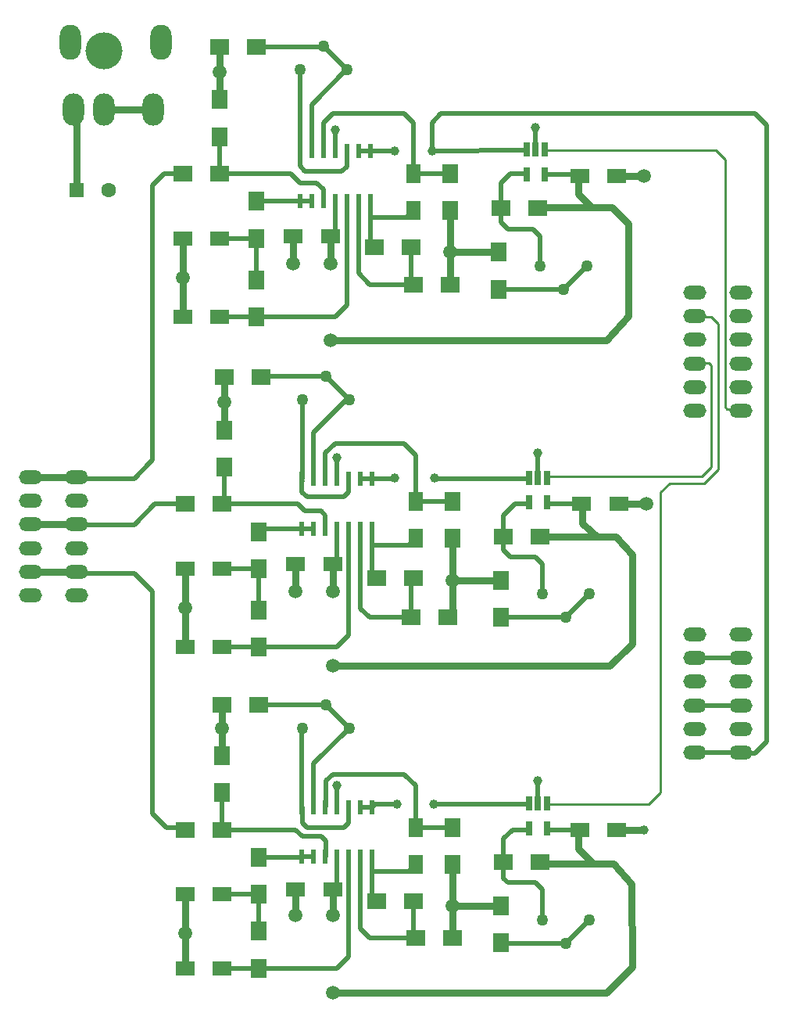
<source format=gbr>
G04 #@! TF.GenerationSoftware,KiCad,Pcbnew,(5.0.2)-1*
G04 #@! TF.CreationDate,2019-03-05T16:27:41-05:00*
G04 #@! TF.ProjectId,piezo_V2,7069657a-6f5f-4563-922e-6b696361645f,rev?*
G04 #@! TF.SameCoordinates,Original*
G04 #@! TF.FileFunction,Copper,L1,Top*
G04 #@! TF.FilePolarity,Positive*
%FSLAX46Y46*%
G04 Gerber Fmt 4.6, Leading zero omitted, Abs format (unit mm)*
G04 Created by KiCad (PCBNEW (5.0.2)-1) date 3/5/2019 4:27:41 PM*
%MOMM*%
%LPD*%
G01*
G04 APERTURE LIST*
G04 #@! TA.AperFunction,ComponentPad*
%ADD10O,2.500000X1.500000*%
G04 #@! TD*
G04 #@! TA.AperFunction,ComponentPad*
%ADD11C,1.260000*%
G04 #@! TD*
G04 #@! TA.AperFunction,SMDPad,CuDef*
%ADD12R,2.000000X1.600000*%
G04 #@! TD*
G04 #@! TA.AperFunction,SMDPad,CuDef*
%ADD13R,1.600000X2.000000*%
G04 #@! TD*
G04 #@! TA.AperFunction,ComponentPad*
%ADD14R,1.600000X1.600000*%
G04 #@! TD*
G04 #@! TA.AperFunction,ComponentPad*
%ADD15C,1.600000*%
G04 #@! TD*
G04 #@! TA.AperFunction,ComponentPad*
%ADD16C,4.000000*%
G04 #@! TD*
G04 #@! TA.AperFunction,ComponentPad*
%ADD17O,2.300000X3.800000*%
G04 #@! TD*
G04 #@! TA.AperFunction,ComponentPad*
%ADD18O,2.300000X3.500000*%
G04 #@! TD*
G04 #@! TA.AperFunction,SMDPad,CuDef*
%ADD19R,2.000000X1.700000*%
G04 #@! TD*
G04 #@! TA.AperFunction,SMDPad,CuDef*
%ADD20R,1.700000X2.000000*%
G04 #@! TD*
G04 #@! TA.AperFunction,SMDPad,CuDef*
%ADD21R,0.600000X1.500000*%
G04 #@! TD*
G04 #@! TA.AperFunction,SMDPad,CuDef*
%ADD22R,0.650000X1.560000*%
G04 #@! TD*
G04 #@! TA.AperFunction,ViaPad*
%ADD23C,1.500000*%
G04 #@! TD*
G04 #@! TA.AperFunction,ViaPad*
%ADD24C,1.000000*%
G04 #@! TD*
G04 #@! TA.AperFunction,Conductor*
%ADD25C,0.750000*%
G04 #@! TD*
G04 #@! TA.AperFunction,Conductor*
%ADD26C,0.500000*%
G04 #@! TD*
G04 #@! TA.AperFunction,Conductor*
%ADD27C,0.250000*%
G04 #@! TD*
G04 APERTURE END LIST*
D10*
G04 #@! TO.P,J1,6*
G04 #@! TO.N,GND*
X182000000Y-67630000D03*
G04 #@! TO.P,J1,5*
G04 #@! TO.N,ch3_dout*
X182000000Y-70170000D03*
G04 #@! TO.P,J1,4*
G04 #@! TO.N,GND*
X182000000Y-72710000D03*
G04 #@! TO.P,J1,3*
G04 #@! TO.N,ch2_dout*
X182000000Y-75290000D03*
G04 #@! TO.P,J1,2*
G04 #@! TO.N,GND*
X182000000Y-77830000D03*
G04 #@! TO.P,J1,1*
G04 #@! TO.N,ch1_dout*
X182000000Y-80370000D03*
X187000000Y-80370000D03*
G04 #@! TO.P,J1,2*
G04 #@! TO.N,GND*
X187000000Y-77830000D03*
G04 #@! TO.P,J1,6*
X187000000Y-67630000D03*
G04 #@! TO.P,J1,5*
G04 #@! TO.N,ch3_dout*
X187000000Y-70170000D03*
G04 #@! TO.P,J1,4*
G04 #@! TO.N,GND*
X187000000Y-72710000D03*
G04 #@! TO.P,J1,3*
G04 #@! TO.N,ch2_dout*
X187000000Y-75290000D03*
G04 #@! TD*
G04 #@! TO.P,J3,6*
G04 #@! TO.N,GND*
X182000000Y-104630000D03*
G04 #@! TO.P,J3,5*
G04 #@! TO.N,ch3_aout*
X182000000Y-107170000D03*
G04 #@! TO.P,J3,4*
G04 #@! TO.N,GND*
X182000000Y-109710000D03*
G04 #@! TO.P,J3,3*
G04 #@! TO.N,ch2_aout*
X182000000Y-112290000D03*
G04 #@! TO.P,J3,2*
G04 #@! TO.N,GND*
X182000000Y-114830000D03*
G04 #@! TO.P,J3,1*
G04 #@! TO.N,ch1_aout*
X182000000Y-117370000D03*
X187000000Y-117370000D03*
G04 #@! TO.P,J3,2*
G04 #@! TO.N,GND*
X187000000Y-114830000D03*
G04 #@! TO.P,J3,6*
X187000000Y-104630000D03*
G04 #@! TO.P,J3,5*
G04 #@! TO.N,ch3_aout*
X187000000Y-107170000D03*
G04 #@! TO.P,J3,4*
G04 #@! TO.N,GND*
X187000000Y-109710000D03*
G04 #@! TO.P,J3,3*
G04 #@! TO.N,ch2_aout*
X187000000Y-112290000D03*
G04 #@! TD*
G04 #@! TO.P,J2,6*
G04 #@! TO.N,GND*
X115000000Y-100370000D03*
G04 #@! TO.P,J2,5*
G04 #@! TO.N,ch3*
X115000000Y-97830000D03*
G04 #@! TO.P,J2,4*
G04 #@! TO.N,GND*
X115000000Y-95290000D03*
G04 #@! TO.P,J2,3*
G04 #@! TO.N,ch2*
X115000000Y-92710000D03*
G04 #@! TO.P,J2,2*
G04 #@! TO.N,GND*
X115000000Y-90170000D03*
G04 #@! TO.P,J2,1*
G04 #@! TO.N,ch1*
X115000000Y-87630000D03*
X110000000Y-87630000D03*
G04 #@! TO.P,J2,2*
G04 #@! TO.N,GND*
X110000000Y-90170000D03*
G04 #@! TO.P,J2,6*
X110000000Y-100370000D03*
G04 #@! TO.P,J2,5*
G04 #@! TO.N,ch3*
X110000000Y-97830000D03*
G04 #@! TO.P,J2,4*
G04 #@! TO.N,GND*
X110000000Y-95290000D03*
G04 #@! TO.P,J2,3*
G04 #@! TO.N,ch2*
X110000000Y-92710000D03*
G04 #@! TD*
D11*
G04 #@! TO.P,RV4,1*
G04 #@! TO.N,Net-(R19-Pad1)*
X165460000Y-100250000D03*
G04 #@! TO.P,RV4,2*
G04 #@! TO.N,Net-(R20-Pad2)*
X168000000Y-102790000D03*
G04 #@! TO.P,RV4,3*
X170540000Y-100250000D03*
G04 #@! TD*
D12*
G04 #@! TO.P,C1,1*
G04 #@! TO.N,+5V*
X142500000Y-61500000D03*
G04 #@! TO.P,C1,2*
G04 #@! TO.N,GND*
X138500000Y-61500000D03*
G04 #@! TD*
G04 #@! TO.P,C2,1*
G04 #@! TO.N,+5V*
X169500000Y-55000000D03*
G04 #@! TO.P,C2,2*
G04 #@! TO.N,GND*
X173500000Y-55000000D03*
G04 #@! TD*
D13*
G04 #@! TO.P,C3,1*
G04 #@! TO.N,Net-(C3-Pad1)*
X151500000Y-58750000D03*
G04 #@! TO.P,C3,2*
G04 #@! TO.N,Net-(C3-Pad2)*
X151500000Y-54750000D03*
G04 #@! TD*
D12*
G04 #@! TO.P,C4,1*
G04 #@! TO.N,GND*
X126500000Y-61750000D03*
G04 #@! TO.P,C4,2*
G04 #@! TO.N,Net-(C4-Pad2)*
X130500000Y-61750000D03*
G04 #@! TD*
G04 #@! TO.P,C5,1*
G04 #@! TO.N,GND*
X126500000Y-70250000D03*
G04 #@! TO.P,C5,2*
G04 #@! TO.N,Net-(C5-Pad2)*
X130500000Y-70250000D03*
G04 #@! TD*
G04 #@! TO.P,C6,1*
G04 #@! TO.N,+5V*
X142750000Y-97000000D03*
G04 #@! TO.P,C6,2*
G04 #@! TO.N,GND*
X138750000Y-97000000D03*
G04 #@! TD*
G04 #@! TO.P,C7,1*
G04 #@! TO.N,+5V*
X169750000Y-90500000D03*
G04 #@! TO.P,C7,2*
G04 #@! TO.N,GND*
X173750000Y-90500000D03*
G04 #@! TD*
D13*
G04 #@! TO.P,C8,1*
G04 #@! TO.N,Net-(C8-Pad1)*
X151750000Y-94250000D03*
G04 #@! TO.P,C8,2*
G04 #@! TO.N,Net-(C8-Pad2)*
X151750000Y-90250000D03*
G04 #@! TD*
D12*
G04 #@! TO.P,C9,1*
G04 #@! TO.N,GND*
X126750000Y-97500000D03*
G04 #@! TO.P,C9,2*
G04 #@! TO.N,Net-(C9-Pad2)*
X130750000Y-97500000D03*
G04 #@! TD*
G04 #@! TO.P,C10,1*
G04 #@! TO.N,GND*
X126750000Y-106000000D03*
G04 #@! TO.P,C10,2*
G04 #@! TO.N,Net-(C10-Pad2)*
X130750000Y-106000000D03*
G04 #@! TD*
G04 #@! TO.P,C11,1*
G04 #@! TO.N,+5V*
X142750000Y-132250000D03*
G04 #@! TO.P,C11,2*
G04 #@! TO.N,GND*
X138750000Y-132250000D03*
G04 #@! TD*
G04 #@! TO.P,C12,1*
G04 #@! TO.N,+5V*
X169500000Y-125750000D03*
G04 #@! TO.P,C12,2*
G04 #@! TO.N,GND*
X173500000Y-125750000D03*
G04 #@! TD*
D13*
G04 #@! TO.P,C13,1*
G04 #@! TO.N,Net-(C13-Pad1)*
X151750000Y-129500000D03*
G04 #@! TO.P,C13,2*
G04 #@! TO.N,Net-(C13-Pad2)*
X151750000Y-125500000D03*
G04 #@! TD*
D12*
G04 #@! TO.P,C14,1*
G04 #@! TO.N,GND*
X126750000Y-132750000D03*
G04 #@! TO.P,C14,2*
G04 #@! TO.N,Net-(C14-Pad2)*
X130750000Y-132750000D03*
G04 #@! TD*
G04 #@! TO.P,C15,1*
G04 #@! TO.N,GND*
X126750000Y-140750000D03*
G04 #@! TO.P,C15,2*
G04 #@! TO.N,Net-(C15-Pad2)*
X130750000Y-140750000D03*
G04 #@! TD*
D14*
G04 #@! TO.P,C16,1*
G04 #@! TO.N,+5V*
X115000000Y-56500000D03*
D15*
G04 #@! TO.P,C16,2*
G04 #@! TO.N,GND*
X118500000Y-56500000D03*
G04 #@! TD*
D16*
G04 #@! TO.P,J4,*
G04 #@! TO.N,*
X118000000Y-41500000D03*
D17*
X124200000Y-40500000D03*
X114300000Y-40500000D03*
D18*
G04 #@! TO.P,J4,1*
G04 #@! TO.N,+5V*
X114700000Y-47800000D03*
G04 #@! TO.P,J4,3*
G04 #@! TO.N,GND*
X118000000Y-47800000D03*
G04 #@! TO.P,J4,2*
X123300000Y-47800000D03*
G04 #@! TD*
D19*
G04 #@! TO.P,R1,1*
G04 #@! TO.N,ch1*
X126500000Y-54750000D03*
G04 #@! TO.P,R1,2*
G04 #@! TO.N,Net-(R1-Pad2)*
X130500000Y-54750000D03*
G04 #@! TD*
D20*
G04 #@! TO.P,R2,1*
G04 #@! TO.N,Net-(R2-Pad1)*
X134500000Y-57750000D03*
G04 #@! TO.P,R2,2*
G04 #@! TO.N,Net-(C4-Pad2)*
X134500000Y-61750000D03*
G04 #@! TD*
G04 #@! TO.P,R3,1*
G04 #@! TO.N,Net-(C4-Pad2)*
X134500000Y-66250000D03*
G04 #@! TO.P,R3,2*
G04 #@! TO.N,Net-(C5-Pad2)*
X134500000Y-70250000D03*
G04 #@! TD*
G04 #@! TO.P,R4,1*
G04 #@! TO.N,GND*
X130500000Y-46750000D03*
G04 #@! TO.P,R4,2*
G04 #@! TO.N,Net-(R1-Pad2)*
X130500000Y-50750000D03*
G04 #@! TD*
G04 #@! TO.P,R5,1*
G04 #@! TO.N,Net-(C3-Pad2)*
X155500000Y-54750000D03*
G04 #@! TO.P,R5,2*
G04 #@! TO.N,GND*
X155500000Y-58750000D03*
G04 #@! TD*
D19*
G04 #@! TO.P,R6,1*
G04 #@! TO.N,Net-(C3-Pad1)*
X147250000Y-62750000D03*
G04 #@! TO.P,R6,2*
G04 #@! TO.N,Net-(R6-Pad2)*
X151250000Y-62750000D03*
G04 #@! TD*
G04 #@! TO.P,R7,1*
G04 #@! TO.N,Net-(R7-Pad1)*
X134500000Y-41000000D03*
G04 #@! TO.P,R7,2*
G04 #@! TO.N,GND*
X130500000Y-41000000D03*
G04 #@! TD*
G04 #@! TO.P,R8,1*
G04 #@! TO.N,Net-(R6-Pad2)*
X151500000Y-66750000D03*
G04 #@! TO.P,R8,2*
G04 #@! TO.N,GND*
X155500000Y-66750000D03*
G04 #@! TD*
G04 #@! TO.P,R9,1*
G04 #@! TO.N,Net-(R9-Pad1)*
X161000000Y-58500000D03*
G04 #@! TO.P,R9,2*
G04 #@! TO.N,+5V*
X165000000Y-58500000D03*
G04 #@! TD*
D20*
G04 #@! TO.P,R10,1*
G04 #@! TO.N,GND*
X160750000Y-63250000D03*
G04 #@! TO.P,R10,2*
G04 #@! TO.N,Net-(R10-Pad2)*
X160750000Y-67250000D03*
G04 #@! TD*
D19*
G04 #@! TO.P,R11,1*
G04 #@! TO.N,ch2*
X126750000Y-90500000D03*
G04 #@! TO.P,R11,2*
G04 #@! TO.N,Net-(R11-Pad2)*
X130750000Y-90500000D03*
G04 #@! TD*
D20*
G04 #@! TO.P,R12,1*
G04 #@! TO.N,Net-(R12-Pad1)*
X134750000Y-93500000D03*
G04 #@! TO.P,R12,2*
G04 #@! TO.N,Net-(C9-Pad2)*
X134750000Y-97500000D03*
G04 #@! TD*
G04 #@! TO.P,R13,1*
G04 #@! TO.N,Net-(C9-Pad2)*
X134750000Y-102000000D03*
G04 #@! TO.P,R13,2*
G04 #@! TO.N,Net-(C10-Pad2)*
X134750000Y-106000000D03*
G04 #@! TD*
G04 #@! TO.P,R14,1*
G04 #@! TO.N,GND*
X131000000Y-82500000D03*
G04 #@! TO.P,R14,2*
G04 #@! TO.N,Net-(R11-Pad2)*
X131000000Y-86500000D03*
G04 #@! TD*
G04 #@! TO.P,R15,1*
G04 #@! TO.N,Net-(C8-Pad2)*
X155750000Y-90250000D03*
G04 #@! TO.P,R15,2*
G04 #@! TO.N,GND*
X155750000Y-94250000D03*
G04 #@! TD*
D19*
G04 #@! TO.P,R16,1*
G04 #@! TO.N,Net-(C8-Pad1)*
X147500000Y-98500000D03*
G04 #@! TO.P,R16,2*
G04 #@! TO.N,Net-(R16-Pad2)*
X151500000Y-98500000D03*
G04 #@! TD*
G04 #@! TO.P,R17,1*
G04 #@! TO.N,Net-(R17-Pad1)*
X135000000Y-76750000D03*
G04 #@! TO.P,R17,2*
G04 #@! TO.N,GND*
X131000000Y-76750000D03*
G04 #@! TD*
G04 #@! TO.P,R18,1*
G04 #@! TO.N,Net-(R16-Pad2)*
X151250000Y-102750000D03*
G04 #@! TO.P,R18,2*
G04 #@! TO.N,GND*
X155250000Y-102750000D03*
G04 #@! TD*
G04 #@! TO.P,R19,1*
G04 #@! TO.N,Net-(R19-Pad1)*
X161250000Y-94000000D03*
G04 #@! TO.P,R19,2*
G04 #@! TO.N,+5V*
X165250000Y-94000000D03*
G04 #@! TD*
D20*
G04 #@! TO.P,R20,1*
G04 #@! TO.N,GND*
X161000000Y-98750000D03*
G04 #@! TO.P,R20,2*
G04 #@! TO.N,Net-(R20-Pad2)*
X161000000Y-102750000D03*
G04 #@! TD*
D19*
G04 #@! TO.P,R21,1*
G04 #@! TO.N,ch3*
X126750000Y-125750000D03*
G04 #@! TO.P,R21,2*
G04 #@! TO.N,Net-(R21-Pad2)*
X130750000Y-125750000D03*
G04 #@! TD*
D20*
G04 #@! TO.P,R22,1*
G04 #@! TO.N,Net-(R22-Pad1)*
X134750000Y-128750000D03*
G04 #@! TO.P,R22,2*
G04 #@! TO.N,Net-(C14-Pad2)*
X134750000Y-132750000D03*
G04 #@! TD*
G04 #@! TO.P,R23,1*
G04 #@! TO.N,Net-(C14-Pad2)*
X134750000Y-136750000D03*
G04 #@! TO.P,R23,2*
G04 #@! TO.N,Net-(C15-Pad2)*
X134750000Y-140750000D03*
G04 #@! TD*
G04 #@! TO.P,R24,1*
G04 #@! TO.N,GND*
X130750000Y-117750000D03*
G04 #@! TO.P,R24,2*
G04 #@! TO.N,Net-(R21-Pad2)*
X130750000Y-121750000D03*
G04 #@! TD*
G04 #@! TO.P,R25,1*
G04 #@! TO.N,Net-(C13-Pad2)*
X155750000Y-125500000D03*
G04 #@! TO.P,R25,2*
G04 #@! TO.N,GND*
X155750000Y-129500000D03*
G04 #@! TD*
D19*
G04 #@! TO.P,R26,1*
G04 #@! TO.N,Net-(C13-Pad1)*
X147500000Y-133500000D03*
G04 #@! TO.P,R26,2*
G04 #@! TO.N,Net-(R26-Pad2)*
X151500000Y-133500000D03*
G04 #@! TD*
G04 #@! TO.P,R27,1*
G04 #@! TO.N,Net-(R27-Pad1)*
X134750000Y-112250000D03*
G04 #@! TO.P,R27,2*
G04 #@! TO.N,GND*
X130750000Y-112250000D03*
G04 #@! TD*
G04 #@! TO.P,R28,1*
G04 #@! TO.N,Net-(R26-Pad2)*
X151750000Y-137500000D03*
G04 #@! TO.P,R28,2*
G04 #@! TO.N,GND*
X155750000Y-137500000D03*
G04 #@! TD*
G04 #@! TO.P,R29,1*
G04 #@! TO.N,Net-(R29-Pad1)*
X161250000Y-129250000D03*
G04 #@! TO.P,R29,2*
G04 #@! TO.N,+5V*
X165250000Y-129250000D03*
G04 #@! TD*
D20*
G04 #@! TO.P,R30,1*
G04 #@! TO.N,GND*
X161000000Y-134000000D03*
G04 #@! TO.P,R30,2*
G04 #@! TO.N,Net-(R30-Pad2)*
X161000000Y-138000000D03*
G04 #@! TD*
D11*
G04 #@! TO.P,RV1,3*
G04 #@! TO.N,Net-(R7-Pad1)*
X144330000Y-43500000D03*
G04 #@! TO.P,RV1,2*
X141790000Y-40960000D03*
G04 #@! TO.P,RV1,1*
G04 #@! TO.N,Net-(RV1-Pad1)*
X139250000Y-43500000D03*
G04 #@! TD*
G04 #@! TO.P,RV2,1*
G04 #@! TO.N,Net-(R9-Pad1)*
X165210000Y-64750000D03*
G04 #@! TO.P,RV2,2*
G04 #@! TO.N,Net-(R10-Pad2)*
X167750000Y-67290000D03*
G04 #@! TO.P,RV2,3*
X170290000Y-64750000D03*
G04 #@! TD*
G04 #@! TO.P,RV3,3*
G04 #@! TO.N,Net-(R17-Pad1)*
X144580000Y-79250000D03*
G04 #@! TO.P,RV3,2*
X142040000Y-76710000D03*
G04 #@! TO.P,RV3,1*
G04 #@! TO.N,Net-(RV3-Pad1)*
X139500000Y-79250000D03*
G04 #@! TD*
G04 #@! TO.P,RV5,3*
G04 #@! TO.N,Net-(R27-Pad1)*
X144580000Y-114750000D03*
G04 #@! TO.P,RV5,2*
X142040000Y-112210000D03*
G04 #@! TO.P,RV5,1*
G04 #@! TO.N,Net-(RV5-Pad1)*
X139500000Y-114750000D03*
G04 #@! TD*
G04 #@! TO.P,RV6,1*
G04 #@! TO.N,Net-(R29-Pad1)*
X165460000Y-135500000D03*
G04 #@! TO.P,RV6,2*
G04 #@! TO.N,Net-(R30-Pad2)*
X168000000Y-138040000D03*
G04 #@! TO.P,RV6,3*
X170540000Y-135500000D03*
G04 #@! TD*
D21*
G04 #@! TO.P,U1,1*
G04 #@! TO.N,Net-(R2-Pad1)*
X139190000Y-57700000D03*
G04 #@! TO.P,U1,2*
X140460000Y-57700000D03*
G04 #@! TO.P,U1,3*
G04 #@! TO.N,Net-(R1-Pad2)*
X141730000Y-57700000D03*
G04 #@! TO.P,U1,4*
G04 #@! TO.N,+5V*
X143000000Y-57700000D03*
G04 #@! TO.P,U1,5*
G04 #@! TO.N,Net-(C5-Pad2)*
X144270000Y-57700000D03*
G04 #@! TO.P,U1,6*
G04 #@! TO.N,Net-(R6-Pad2)*
X145540000Y-57700000D03*
G04 #@! TO.P,U1,7*
G04 #@! TO.N,Net-(C3-Pad1)*
X146810000Y-57700000D03*
G04 #@! TO.P,U1,8*
G04 #@! TO.N,ch1_aout*
X146810000Y-52300000D03*
G04 #@! TO.P,U1,9*
X145540000Y-52300000D03*
G04 #@! TO.P,U1,10*
G04 #@! TO.N,Net-(RV1-Pad1)*
X144270000Y-52300000D03*
G04 #@! TO.P,U1,11*
G04 #@! TO.N,GND*
X143000000Y-52300000D03*
G04 #@! TO.P,U1,12*
G04 #@! TO.N,Net-(C3-Pad2)*
X141730000Y-52300000D03*
G04 #@! TO.P,U1,13*
G04 #@! TO.N,Net-(R7-Pad1)*
X140460000Y-52300000D03*
G04 #@! TO.P,U1,14*
G04 #@! TO.N,Net-(RV1-Pad1)*
X139190000Y-52300000D03*
G04 #@! TD*
D22*
G04 #@! TO.P,U2,1*
G04 #@! TO.N,ch1_dout*
X165700000Y-52150000D03*
G04 #@! TO.P,U2,2*
G04 #@! TO.N,GND*
X164750000Y-52150000D03*
G04 #@! TO.P,U2,3*
G04 #@! TO.N,ch1_aout*
X163800000Y-52150000D03*
G04 #@! TO.P,U2,4*
G04 #@! TO.N,Net-(R9-Pad1)*
X163800000Y-54850000D03*
G04 #@! TO.P,U2,5*
G04 #@! TO.N,+5V*
X165700000Y-54850000D03*
G04 #@! TD*
D21*
G04 #@! TO.P,U3,1*
G04 #@! TO.N,Net-(R12-Pad1)*
X139440000Y-93200000D03*
G04 #@! TO.P,U3,2*
X140710000Y-93200000D03*
G04 #@! TO.P,U3,3*
G04 #@! TO.N,Net-(R11-Pad2)*
X141980000Y-93200000D03*
G04 #@! TO.P,U3,4*
G04 #@! TO.N,+5V*
X143250000Y-93200000D03*
G04 #@! TO.P,U3,5*
G04 #@! TO.N,Net-(C10-Pad2)*
X144520000Y-93200000D03*
G04 #@! TO.P,U3,6*
G04 #@! TO.N,Net-(R16-Pad2)*
X145790000Y-93200000D03*
G04 #@! TO.P,U3,7*
G04 #@! TO.N,Net-(C8-Pad1)*
X147060000Y-93200000D03*
G04 #@! TO.P,U3,8*
G04 #@! TO.N,ch2_aout*
X147060000Y-87800000D03*
G04 #@! TO.P,U3,9*
X145790000Y-87800000D03*
G04 #@! TO.P,U3,10*
G04 #@! TO.N,Net-(RV3-Pad1)*
X144520000Y-87800000D03*
G04 #@! TO.P,U3,11*
G04 #@! TO.N,GND*
X143250000Y-87800000D03*
G04 #@! TO.P,U3,12*
G04 #@! TO.N,Net-(C8-Pad2)*
X141980000Y-87800000D03*
G04 #@! TO.P,U3,13*
G04 #@! TO.N,Net-(R17-Pad1)*
X140710000Y-87800000D03*
G04 #@! TO.P,U3,14*
G04 #@! TO.N,Net-(RV3-Pad1)*
X139440000Y-87800000D03*
G04 #@! TD*
D22*
G04 #@! TO.P,U4,1*
G04 #@! TO.N,ch2_dout*
X165950000Y-87650000D03*
G04 #@! TO.P,U4,2*
G04 #@! TO.N,GND*
X165000000Y-87650000D03*
G04 #@! TO.P,U4,3*
G04 #@! TO.N,ch2_aout*
X164050000Y-87650000D03*
G04 #@! TO.P,U4,4*
G04 #@! TO.N,Net-(R19-Pad1)*
X164050000Y-90350000D03*
G04 #@! TO.P,U4,5*
G04 #@! TO.N,+5V*
X165950000Y-90350000D03*
G04 #@! TD*
D21*
G04 #@! TO.P,U5,1*
G04 #@! TO.N,Net-(R22-Pad1)*
X139440000Y-128700000D03*
G04 #@! TO.P,U5,2*
X140710000Y-128700000D03*
G04 #@! TO.P,U5,3*
G04 #@! TO.N,Net-(R21-Pad2)*
X141980000Y-128700000D03*
G04 #@! TO.P,U5,4*
G04 #@! TO.N,+5V*
X143250000Y-128700000D03*
G04 #@! TO.P,U5,5*
G04 #@! TO.N,Net-(C15-Pad2)*
X144520000Y-128700000D03*
G04 #@! TO.P,U5,6*
G04 #@! TO.N,Net-(R26-Pad2)*
X145790000Y-128700000D03*
G04 #@! TO.P,U5,7*
G04 #@! TO.N,Net-(C13-Pad1)*
X147060000Y-128700000D03*
G04 #@! TO.P,U5,8*
G04 #@! TO.N,ch3_aout*
X147060000Y-123300000D03*
G04 #@! TO.P,U5,9*
X145790000Y-123300000D03*
G04 #@! TO.P,U5,10*
G04 #@! TO.N,Net-(RV5-Pad1)*
X144520000Y-123300000D03*
G04 #@! TO.P,U5,11*
G04 #@! TO.N,GND*
X143250000Y-123300000D03*
G04 #@! TO.P,U5,12*
G04 #@! TO.N,Net-(C13-Pad2)*
X141980000Y-123300000D03*
G04 #@! TO.P,U5,13*
G04 #@! TO.N,Net-(R27-Pad1)*
X140710000Y-123300000D03*
G04 #@! TO.P,U5,14*
G04 #@! TO.N,Net-(RV5-Pad1)*
X139440000Y-123300000D03*
G04 #@! TD*
D22*
G04 #@! TO.P,U6,1*
G04 #@! TO.N,ch3_dout*
X165950000Y-122900000D03*
G04 #@! TO.P,U6,2*
G04 #@! TO.N,GND*
X165000000Y-122900000D03*
G04 #@! TO.P,U6,3*
G04 #@! TO.N,ch3_aout*
X164050000Y-122900000D03*
G04 #@! TO.P,U6,4*
G04 #@! TO.N,Net-(R29-Pad1)*
X164050000Y-125600000D03*
G04 #@! TO.P,U6,5*
G04 #@! TO.N,+5V*
X165950000Y-125600000D03*
G04 #@! TD*
D23*
G04 #@! TO.N,+5V*
X142800000Y-143400000D03*
X142750000Y-108000000D03*
X142500000Y-72750000D03*
X142750000Y-135000000D03*
X142750000Y-100000000D03*
X142500000Y-64500000D03*
D24*
G04 #@! TO.N,GND*
X176500000Y-125750000D03*
D23*
X176750000Y-90500000D03*
X155750000Y-134000000D03*
X155750000Y-98750000D03*
X176500000Y-55000000D03*
X155500000Y-63250000D03*
D24*
X165000000Y-120500000D03*
X143250000Y-121000000D03*
D23*
X138750000Y-135000000D03*
X126750000Y-137000000D03*
X130750000Y-114750000D03*
X131000000Y-79500000D03*
X130500000Y-43750000D03*
D24*
X143250000Y-85500000D03*
X165000000Y-85000000D03*
D23*
X138750000Y-100000000D03*
X126750000Y-101750000D03*
D24*
X164750000Y-49750000D03*
X143000000Y-50000000D03*
D23*
X138500000Y-64500000D03*
X126500000Y-66000000D03*
D24*
G04 #@! TO.N,ch2_aout*
X153800000Y-87700000D03*
X149500000Y-87700000D03*
G04 #@! TO.N,ch3_aout*
X153750000Y-123000000D03*
X149750000Y-123000000D03*
G04 #@! TO.N,ch1_aout*
X153500000Y-52300000D03*
X149500000Y-52300000D03*
G04 #@! TD*
D25*
G04 #@! TO.N,+5V*
X142800000Y-143400000D02*
X142700000Y-143500000D01*
X114700000Y-47800000D02*
X115000000Y-48100000D01*
X115000000Y-48100000D02*
X115000000Y-56500000D01*
X114200000Y-48300000D02*
X114500000Y-48600000D01*
X169500000Y-125750000D02*
X169400000Y-125850000D01*
X169400000Y-125850000D02*
X169400000Y-127800000D01*
X169400000Y-127800000D02*
X171000000Y-129400000D01*
X165016730Y-129400000D02*
X171000000Y-129400000D01*
X171000000Y-129400000D02*
X173200000Y-129400000D01*
X175168773Y-131652484D02*
X173200000Y-129400000D01*
X175200000Y-140600000D02*
X175168773Y-131652484D01*
X172400000Y-143400000D02*
X175200000Y-140600000D01*
X172400000Y-143400000D02*
X142800000Y-143400000D01*
X169750000Y-90500000D02*
X169800000Y-90550000D01*
X169800000Y-90550000D02*
X169800000Y-92600000D01*
X169800000Y-92600000D02*
X171400000Y-94000000D01*
X165250000Y-94000000D02*
X171400000Y-94000000D01*
X171400000Y-94000000D02*
X173400000Y-94000000D01*
X172800000Y-108000000D02*
X142750000Y-108000000D01*
X172800000Y-108000000D02*
X175200000Y-105600000D01*
X175200000Y-105600000D02*
X175200000Y-96000000D01*
X175200000Y-96000000D02*
X173400000Y-94000000D01*
X169500000Y-55000000D02*
X169400000Y-55100000D01*
X169400000Y-55100000D02*
X169400000Y-57000000D01*
X169400000Y-57000000D02*
X170800000Y-58400000D01*
X174803843Y-70203997D02*
X174776443Y-60199517D01*
X174776443Y-60199517D02*
X173000000Y-58400000D01*
X170800000Y-58400000D02*
X173000000Y-58400000D01*
X172450000Y-72750000D02*
X142500000Y-72750000D01*
X172450000Y-72750000D02*
X174803843Y-70203997D01*
X165100000Y-58400000D02*
X170800000Y-58400000D01*
X165100000Y-58400000D02*
X165000000Y-58500000D01*
X142750000Y-135000000D02*
X142750000Y-132250000D01*
X142750000Y-100000000D02*
X142750000Y-97500000D01*
X142500000Y-64500000D02*
X142500000Y-61500000D01*
D26*
X165950000Y-125600000D02*
X166100000Y-125750000D01*
X166100000Y-125750000D02*
X169500000Y-125750000D01*
X165950000Y-90350000D02*
X166100000Y-90500000D01*
X166100000Y-90500000D02*
X169750000Y-90500000D01*
X169500000Y-55000000D02*
X169350000Y-54850000D01*
X169350000Y-54850000D02*
X165700000Y-54850000D01*
X143250000Y-128700000D02*
X143250000Y-130000000D01*
X143250000Y-130000000D02*
X143250000Y-131750000D01*
X143250000Y-131750000D02*
X142750000Y-132250000D01*
X165950000Y-90350000D02*
X165950000Y-89950000D01*
X143250000Y-93450000D02*
X143250000Y-97000000D01*
X143250000Y-97000000D02*
X142750000Y-97500000D01*
X143000000Y-57700000D02*
X143000000Y-61000000D01*
X143000000Y-61000000D02*
X142500000Y-61500000D01*
D25*
G04 #@! TO.N,GND*
X173500000Y-125750000D02*
X176500000Y-125750000D01*
X118000000Y-47800000D02*
X123300000Y-47800000D01*
X161000000Y-134000000D02*
X155750000Y-134000000D01*
X173750000Y-90500000D02*
X176750000Y-90500000D01*
X161000000Y-98750000D02*
X155750000Y-98750000D01*
X173500000Y-55000000D02*
X176500000Y-55000000D01*
X160750000Y-63250000D02*
X155500000Y-63250000D01*
D26*
X165000000Y-122900000D02*
X165000000Y-120500000D01*
X143250000Y-123300000D02*
X143250000Y-121000000D01*
D25*
X155750000Y-129500000D02*
X155750000Y-133500000D01*
X155750000Y-133500000D02*
X155750000Y-137500000D01*
X138750000Y-132250000D02*
X138750000Y-135000000D01*
X126750000Y-140750000D02*
X126750000Y-137000000D01*
X126750000Y-137000000D02*
X126750000Y-132750000D01*
X130750000Y-112250000D02*
X130750000Y-114750000D01*
X130750000Y-114750000D02*
X130750000Y-117750000D01*
X131000000Y-76750000D02*
X131000000Y-79500000D01*
X131000000Y-79500000D02*
X131000000Y-82500000D01*
X130500000Y-41000000D02*
X130500000Y-43750000D01*
X130500000Y-43750000D02*
X130500000Y-46750000D01*
D26*
X143250000Y-87800000D02*
X143250000Y-85500000D01*
X165000000Y-87650000D02*
X165000000Y-85000000D01*
D25*
X138750000Y-97500000D02*
X138750000Y-100000000D01*
X155750000Y-102250000D02*
X155750000Y-98500000D01*
X155750000Y-98500000D02*
X155750000Y-94250000D01*
D26*
X155750000Y-102250000D02*
X155250000Y-102750000D01*
D25*
X126750000Y-105750000D02*
X126750000Y-101750000D01*
X126750000Y-101750000D02*
X126750000Y-97500000D01*
D26*
X126750000Y-105750000D02*
X126500000Y-106000000D01*
X164750000Y-52150000D02*
X164750000Y-49750000D01*
D25*
X155500000Y-66750000D02*
X155500000Y-62750000D01*
X155500000Y-62750000D02*
X155500000Y-58750000D01*
D26*
X143000000Y-52300000D02*
X143000000Y-50000000D01*
D25*
X138500000Y-61500000D02*
X138500000Y-64500000D01*
X126500000Y-70250000D02*
X126500000Y-66000000D01*
X126500000Y-66000000D02*
X126500000Y-61750000D01*
D26*
G04 #@! TO.N,Net-(C3-Pad1)*
X146810000Y-59500000D02*
X146810000Y-62310000D01*
X146810000Y-62310000D02*
X147250000Y-62750000D01*
X146810000Y-59500000D02*
X150750000Y-59500000D01*
X150750000Y-59500000D02*
X151500000Y-58750000D01*
X146810000Y-57700000D02*
X146810000Y-59250000D01*
X146810000Y-59250000D02*
X146810000Y-59500000D01*
G04 #@! TO.N,Net-(C3-Pad2)*
X142750000Y-48250000D02*
X150500000Y-48250000D01*
X141730000Y-52300000D02*
X141730000Y-49270000D01*
X151500000Y-49250000D02*
X151500000Y-54750000D01*
X150500000Y-48250000D02*
X151500000Y-49250000D01*
X141730000Y-49270000D02*
X142750000Y-48250000D01*
X151000000Y-54250000D02*
X151500000Y-54750000D01*
X151500000Y-54750000D02*
X155500000Y-54750000D01*
X151000000Y-54250000D02*
X151500000Y-54750000D01*
G04 #@! TO.N,Net-(C4-Pad2)*
X134500000Y-61750000D02*
X134500000Y-66250000D01*
X134500000Y-61750000D02*
X130500000Y-61750000D01*
G04 #@! TO.N,Net-(C5-Pad2)*
X144270000Y-57700000D02*
X144270000Y-68980000D01*
X143000000Y-70250000D02*
X134500000Y-70250000D01*
X144270000Y-68980000D02*
X143000000Y-70250000D01*
X134500000Y-70250000D02*
X130500000Y-70250000D01*
G04 #@! TO.N,Net-(C8-Pad1)*
X147060000Y-95000000D02*
X151000000Y-95000000D01*
X151000000Y-95000000D02*
X151750000Y-94250000D01*
X147060000Y-93450000D02*
X147060000Y-95000000D01*
X147060000Y-95000000D02*
X147060000Y-98310000D01*
X147060000Y-98310000D02*
X147250000Y-98500000D01*
G04 #@! TO.N,Net-(C8-Pad2)*
X141980000Y-87800000D02*
X141980000Y-85020000D01*
X151750000Y-85250000D02*
X151750000Y-90250000D01*
X150500000Y-84000000D02*
X151750000Y-85250000D01*
X143000000Y-84000000D02*
X150500000Y-84000000D01*
X141980000Y-85020000D02*
X143000000Y-84000000D01*
X151750000Y-90250000D02*
X155750000Y-90250000D01*
G04 #@! TO.N,Net-(C9-Pad2)*
X134750000Y-97500000D02*
X134750000Y-102000000D01*
X134750000Y-97500000D02*
X130750000Y-97500000D01*
G04 #@! TO.N,Net-(C10-Pad2)*
X142750000Y-106000000D02*
X143250000Y-106000000D01*
X144520000Y-104730000D02*
X144520000Y-104230000D01*
X143250000Y-106000000D02*
X144520000Y-104730000D01*
X134750000Y-106000000D02*
X142750000Y-106000000D01*
X144520000Y-104230000D02*
X144520000Y-93450000D01*
X134750000Y-106000000D02*
X130500000Y-106000000D01*
G04 #@! TO.N,Net-(C13-Pad1)*
X147000000Y-130250000D02*
X150000000Y-130250000D01*
X150000000Y-130250000D02*
X151000000Y-130250000D01*
X151000000Y-130250000D02*
X151750000Y-129500000D01*
X147060000Y-128700000D02*
X147000000Y-128760000D01*
X147000000Y-128760000D02*
X147000000Y-130250000D01*
X147000000Y-130250000D02*
X147000000Y-133000000D01*
X147000000Y-133000000D02*
X147500000Y-133500000D01*
G04 #@! TO.N,Net-(C13-Pad2)*
X150500000Y-119750000D02*
X151750000Y-121000000D01*
X151750000Y-121000000D02*
X151750000Y-121250000D01*
X142000000Y-120500000D02*
X142750000Y-119750000D01*
X142750000Y-119750000D02*
X150500000Y-119750000D01*
X141980000Y-123300000D02*
X142000000Y-123280000D01*
X142000000Y-123280000D02*
X142000000Y-120500000D01*
X151750000Y-121250000D02*
X151750000Y-125500000D01*
X151750000Y-125500000D02*
X155750000Y-125500000D01*
G04 #@! TO.N,Net-(C14-Pad2)*
X134750000Y-132750000D02*
X130750000Y-132750000D01*
X134750000Y-132750000D02*
X134750000Y-136750000D01*
G04 #@! TO.N,Net-(C15-Pad2)*
X144500000Y-139500000D02*
X143250000Y-140750000D01*
X134750000Y-140750000D02*
X143250000Y-140750000D01*
X144500000Y-139500000D02*
X144500000Y-128720000D01*
X144500000Y-128720000D02*
X144520000Y-128700000D01*
X134750000Y-140750000D02*
X130750000Y-140750000D01*
D27*
G04 #@! TO.N,ch2_dout*
X183750000Y-77000000D02*
X183750000Y-76000000D01*
X183500000Y-75250000D02*
X182040000Y-75250000D01*
X183750000Y-75500000D02*
X183500000Y-75250000D01*
X183750000Y-76000000D02*
X183750000Y-75500000D01*
X182040000Y-75250000D02*
X182000000Y-75290000D01*
X166100000Y-87500000D02*
X182750000Y-87500000D01*
X182750000Y-87500000D02*
X183750000Y-86500000D01*
X183750000Y-86500000D02*
X183750000Y-77000000D01*
X165950000Y-87650000D02*
X166100000Y-87500000D01*
X165950000Y-87650000D02*
X166050000Y-87750000D01*
D26*
X166050000Y-87750000D02*
X165950000Y-87650000D01*
D27*
G04 #@! TO.N,ch3_dout*
X184500000Y-72670000D02*
X184500000Y-71000000D01*
X183750000Y-70250000D02*
X182080000Y-70250000D01*
X184500000Y-71000000D02*
X183750000Y-70250000D01*
X182080000Y-70250000D02*
X182000000Y-70170000D01*
X166050000Y-123000000D02*
X177000000Y-123000000D01*
X177000000Y-123000000D02*
X178250000Y-121750000D01*
X178250000Y-121750000D02*
X178250000Y-89250000D01*
X178250000Y-89250000D02*
X179250000Y-88250000D01*
X179250000Y-88250000D02*
X183000000Y-88250000D01*
X183000000Y-88250000D02*
X184500000Y-86750000D01*
X184500000Y-86750000D02*
X184500000Y-72670000D01*
X165950000Y-122900000D02*
X166050000Y-123000000D01*
G04 #@! TO.N,ch1_dout*
X185250000Y-78620000D02*
X185250000Y-79250000D01*
X185500000Y-80250000D02*
X186880000Y-80250000D01*
X185250000Y-80000000D02*
X185500000Y-80250000D01*
X185250000Y-79250000D02*
X185250000Y-80000000D01*
X186880000Y-80250000D02*
X187000000Y-80370000D01*
X165800000Y-52250000D02*
X184250000Y-52250000D01*
X184250000Y-52250000D02*
X185250000Y-53250000D01*
X185250000Y-53250000D02*
X185250000Y-78620000D01*
X165700000Y-52150000D02*
X165800000Y-52250000D01*
D26*
G04 #@! TO.N,ch2*
X115000000Y-92710000D02*
X115040000Y-92750000D01*
X115040000Y-92750000D02*
X121250000Y-92750000D01*
X123500000Y-90500000D02*
X126750000Y-90500000D01*
X121250000Y-92750000D02*
X123500000Y-90500000D01*
D25*
X110000000Y-92710000D02*
X115000000Y-92710000D01*
D26*
X126540000Y-90710000D02*
X126750000Y-90500000D01*
G04 #@! TO.N,ch3*
X115000000Y-97830000D02*
X115170000Y-98000000D01*
X115170000Y-98000000D02*
X121250000Y-98000000D01*
X124750000Y-125500000D02*
X126500000Y-125500000D01*
X123250000Y-124000000D02*
X124750000Y-125500000D01*
X123250000Y-100000000D02*
X123250000Y-124000000D01*
X121250000Y-98000000D02*
X123250000Y-100000000D01*
X126500000Y-125500000D02*
X126750000Y-125750000D01*
D25*
X110000000Y-97830000D02*
X115000000Y-97830000D01*
D26*
X126500000Y-125500000D02*
X126750000Y-125750000D01*
G04 #@! TO.N,ch1*
X123000000Y-86000000D02*
X123250000Y-85750000D01*
X123250000Y-85750000D02*
X123250000Y-56000000D01*
X115000000Y-87630000D02*
X115120000Y-87750000D01*
X115120000Y-87750000D02*
X121250000Y-87750000D01*
X124500000Y-54750000D02*
X126500000Y-54750000D01*
X123250000Y-56000000D02*
X124500000Y-54750000D01*
X121250000Y-87750000D02*
X123000000Y-86000000D01*
D25*
X110000000Y-87630000D02*
X115000000Y-87630000D01*
D26*
X126250000Y-55000000D02*
X126500000Y-54750000D01*
G04 #@! TO.N,ch2_aout*
X153800000Y-87700000D02*
X153850000Y-87750000D01*
X182000000Y-112290000D02*
X187000000Y-112290000D01*
X153850000Y-87750000D02*
X163950000Y-87750000D01*
X163950000Y-87750000D02*
X164050000Y-87650000D01*
X149450000Y-87750000D02*
X149500000Y-87700000D01*
X147060000Y-87800000D02*
X149450000Y-87750000D01*
X145790000Y-87800000D02*
X147060000Y-87800000D01*
G04 #@! TO.N,ch3_aout*
X182000000Y-107170000D02*
X187000000Y-107170000D01*
X164050000Y-122900000D02*
X163950000Y-123000000D01*
X163950000Y-123000000D02*
X159000000Y-123000000D01*
X159000000Y-123000000D02*
X153750000Y-123000000D01*
X149750000Y-123000000D02*
X147360000Y-123000000D01*
X147360000Y-123000000D02*
X147060000Y-123300000D01*
X145790000Y-123300000D02*
X147060000Y-123300000D01*
G04 #@! TO.N,ch1_aout*
X182000000Y-117370000D02*
X187000000Y-117370000D01*
X153500000Y-52300000D02*
X153500000Y-50000000D01*
X188500000Y-117500000D02*
X187130000Y-117500000D01*
X189750000Y-116250000D02*
X188500000Y-117500000D01*
X189750000Y-49500000D02*
X189750000Y-116250000D01*
X188500000Y-48250000D02*
X189750000Y-49500000D01*
X154500000Y-48250000D02*
X188500000Y-48250000D01*
X153500000Y-49250000D02*
X154500000Y-48250000D01*
X153500000Y-50000000D02*
X153500000Y-49250000D01*
X187130000Y-117500000D02*
X187000000Y-117370000D01*
X149500000Y-52300000D02*
X146810000Y-52300000D01*
X163700000Y-52250000D02*
X153500000Y-52300000D01*
X163700000Y-52250000D02*
X163800000Y-52150000D01*
X145540000Y-52300000D02*
X146810000Y-52300000D01*
G04 #@! TO.N,Net-(R1-Pad2)*
X130500000Y-54750000D02*
X138250000Y-54750000D01*
X141730000Y-56480000D02*
X141730000Y-57700000D01*
X141000000Y-55750000D02*
X141730000Y-56480000D01*
X139250000Y-55750000D02*
X141000000Y-55750000D01*
X138250000Y-54750000D02*
X139250000Y-55750000D01*
X130500000Y-54750000D02*
X130500000Y-50750000D01*
G04 #@! TO.N,Net-(R2-Pad1)*
X139190000Y-57700000D02*
X134550000Y-57700000D01*
X134550000Y-57700000D02*
X134500000Y-57750000D01*
X139190000Y-57700000D02*
X140460000Y-57700000D01*
G04 #@! TO.N,Net-(R6-Pad2)*
X151250000Y-62750000D02*
X151250000Y-66500000D01*
X151250000Y-66500000D02*
X151500000Y-66750000D01*
X145540000Y-65000000D02*
X145540000Y-65540000D01*
X146750000Y-66750000D02*
X151500000Y-66750000D01*
X145540000Y-65540000D02*
X146750000Y-66750000D01*
X145540000Y-57700000D02*
X145540000Y-65000000D01*
G04 #@! TO.N,Net-(R7-Pad1)*
X134500000Y-41000000D02*
X141750000Y-41000000D01*
X141750000Y-41000000D02*
X141790000Y-40960000D01*
X144330000Y-43500000D02*
X144250000Y-43500000D01*
X144250000Y-43500000D02*
X140460000Y-47290000D01*
X140460000Y-47290000D02*
X140460000Y-52300000D01*
X141790000Y-40960000D02*
X144330000Y-43500000D01*
G04 #@! TO.N,Net-(R9-Pad1)*
X163800000Y-54850000D02*
X163700000Y-54750000D01*
X163700000Y-54750000D02*
X162000000Y-54750000D01*
X161000000Y-55750000D02*
X161000000Y-58500000D01*
X162000000Y-54750000D02*
X161000000Y-55750000D01*
X161000000Y-58500000D02*
X161000000Y-60000000D01*
X165250000Y-61500000D02*
X165250000Y-64710000D01*
X164500000Y-60750000D02*
X165250000Y-61500000D01*
X161750000Y-60750000D02*
X164500000Y-60750000D01*
X161000000Y-60000000D02*
X161750000Y-60750000D01*
X165250000Y-64710000D02*
X165210000Y-64750000D01*
G04 #@! TO.N,Net-(R10-Pad2)*
X160750000Y-67250000D02*
X160790000Y-67290000D01*
X160790000Y-67290000D02*
X167750000Y-67290000D01*
X167750000Y-67290000D02*
X170290000Y-64750000D01*
G04 #@! TO.N,Net-(R11-Pad2)*
X130750000Y-90500000D02*
X139000000Y-90500000D01*
X141980000Y-91730000D02*
X141980000Y-93200000D01*
X141500000Y-91250000D02*
X141980000Y-91730000D01*
X139750000Y-91250000D02*
X141500000Y-91250000D01*
X139000000Y-90500000D02*
X139750000Y-91250000D01*
X131000000Y-86500000D02*
X131000000Y-90250000D01*
X131000000Y-90250000D02*
X130750000Y-90500000D01*
G04 #@! TO.N,Net-(R12-Pad1)*
X139390000Y-93500000D02*
X139440000Y-93450000D01*
X140710000Y-93200000D02*
X139440000Y-93200000D01*
X135050000Y-93200000D02*
X134750000Y-93500000D01*
X139440000Y-93200000D02*
X135050000Y-93200000D01*
G04 #@! TO.N,Net-(R16-Pad2)*
X145790000Y-101000000D02*
X145790000Y-101790000D01*
X146750000Y-102750000D02*
X151250000Y-102750000D01*
X145790000Y-101790000D02*
X146750000Y-102750000D01*
X145790000Y-93450000D02*
X145790000Y-101000000D01*
X151250000Y-102750000D02*
X151250000Y-98500000D01*
G04 #@! TO.N,Net-(R17-Pad1)*
X135000000Y-76750000D02*
X135040000Y-76710000D01*
X135040000Y-76710000D02*
X142040000Y-76710000D01*
X144580000Y-79250000D02*
X144250000Y-79250000D01*
X144250000Y-79250000D02*
X140710000Y-82790000D01*
X140710000Y-82790000D02*
X140710000Y-87800000D01*
X144580000Y-79250000D02*
X144500000Y-79250000D01*
X144580000Y-79250000D02*
X142040000Y-76710000D01*
G04 #@! TO.N,Net-(R19-Pad1)*
X161250000Y-94000000D02*
X161250000Y-95250000D01*
X165500000Y-97000000D02*
X165500000Y-100210000D01*
X164750000Y-96250000D02*
X165500000Y-97000000D01*
X162000000Y-96250000D02*
X164750000Y-96250000D01*
X161250000Y-95500000D02*
X162000000Y-96250000D01*
X161250000Y-95250000D02*
X161250000Y-95500000D01*
X165500000Y-100210000D02*
X165460000Y-100250000D01*
X165500000Y-100210000D02*
X165460000Y-100250000D01*
X161250000Y-94000000D02*
X161250000Y-91750000D01*
X162500000Y-90500000D02*
X163900000Y-90500000D01*
X161250000Y-91750000D02*
X162500000Y-90500000D01*
X163900000Y-90500000D02*
X164050000Y-90350000D01*
G04 #@! TO.N,Net-(R20-Pad2)*
X168000000Y-102790000D02*
X167960000Y-102750000D01*
X167960000Y-102750000D02*
X161000000Y-102750000D01*
X168000000Y-102790000D02*
X170540000Y-100250000D01*
G04 #@! TO.N,Net-(R21-Pad2)*
X130750000Y-125750000D02*
X138750000Y-125750000D01*
X142000000Y-127000000D02*
X142000000Y-128680000D01*
X141500000Y-126500000D02*
X142000000Y-127000000D01*
X141250000Y-126500000D02*
X141500000Y-126500000D01*
X139500000Y-126500000D02*
X141250000Y-126500000D01*
X138750000Y-125750000D02*
X139500000Y-126500000D01*
X142000000Y-128680000D02*
X141980000Y-128700000D01*
X130750000Y-121750000D02*
X130750000Y-125750000D01*
G04 #@! TO.N,Net-(R22-Pad1)*
X139390000Y-128750000D02*
X139440000Y-128700000D01*
X134750000Y-128750000D02*
X139390000Y-128750000D01*
X139440000Y-128700000D02*
X140710000Y-128700000D01*
G04 #@! TO.N,Net-(R26-Pad2)*
X151750000Y-137500000D02*
X151500000Y-137250000D01*
X151500000Y-137250000D02*
X151500000Y-133500000D01*
X145750000Y-135750000D02*
X145750000Y-136500000D01*
X146750000Y-137500000D02*
X147250000Y-137500000D01*
X145750000Y-136500000D02*
X146750000Y-137500000D01*
X145790000Y-128700000D02*
X145750000Y-128740000D01*
X145750000Y-128740000D02*
X145750000Y-135750000D01*
X147250000Y-137500000D02*
X151750000Y-137500000D01*
G04 #@! TO.N,Net-(R27-Pad1)*
X144580000Y-114750000D02*
X140710000Y-118620000D01*
X140710000Y-118620000D02*
X140710000Y-123300000D01*
X142040000Y-112210000D02*
X144580000Y-114750000D01*
X134750000Y-112250000D02*
X134790000Y-112210000D01*
X134790000Y-112210000D02*
X142040000Y-112210000D01*
G04 #@! TO.N,Net-(R29-Pad1)*
X161250000Y-129250000D02*
X161250000Y-127000000D01*
X162250000Y-125750000D02*
X163900000Y-125750000D01*
X161250000Y-126750000D02*
X162250000Y-125750000D01*
X161250000Y-127000000D02*
X161250000Y-126750000D01*
X163900000Y-125750000D02*
X164050000Y-125600000D01*
X161250000Y-129250000D02*
X161250000Y-130750000D01*
X165500000Y-132250000D02*
X165500000Y-135460000D01*
X164750000Y-131500000D02*
X165500000Y-132250000D01*
X161750000Y-131500000D02*
X164750000Y-131500000D01*
X161250000Y-131000000D02*
X161750000Y-131500000D01*
X161250000Y-130750000D02*
X161250000Y-131000000D01*
X165500000Y-135460000D02*
X165460000Y-135500000D01*
G04 #@! TO.N,Net-(R30-Pad2)*
X161000000Y-138000000D02*
X161040000Y-138040000D01*
X161040000Y-138040000D02*
X168000000Y-138040000D01*
X168000000Y-138040000D02*
X170540000Y-135500000D01*
G04 #@! TO.N,Net-(RV1-Pad1)*
X139250000Y-43500000D02*
X139250000Y-52240000D01*
X139250000Y-52240000D02*
X139190000Y-52300000D01*
X139190000Y-52300000D02*
X139190000Y-53940000D01*
X144270000Y-53980000D02*
X144270000Y-52300000D01*
X143750000Y-54500000D02*
X144270000Y-53980000D01*
X139750000Y-54500000D02*
X143750000Y-54500000D01*
X139190000Y-53940000D02*
X139750000Y-54500000D01*
G04 #@! TO.N,Net-(RV3-Pad1)*
X139440000Y-87800000D02*
X139440000Y-89190000D01*
X144520000Y-89230000D02*
X144520000Y-87800000D01*
X144000000Y-89750000D02*
X144520000Y-89230000D01*
X140000000Y-89750000D02*
X144000000Y-89750000D01*
X139440000Y-89190000D02*
X140000000Y-89750000D01*
X139500000Y-79250000D02*
X139500000Y-87740000D01*
X139500000Y-87740000D02*
X139440000Y-87800000D01*
X139500000Y-87990000D02*
X139440000Y-88050000D01*
G04 #@! TO.N,Net-(RV5-Pad1)*
X139440000Y-123300000D02*
X139500000Y-123360000D01*
X139500000Y-123360000D02*
X139500000Y-125000000D01*
X144500000Y-125000000D02*
X144500000Y-123320000D01*
X144000000Y-125500000D02*
X144500000Y-125000000D01*
X140000000Y-125500000D02*
X144000000Y-125500000D01*
X139500000Y-125000000D02*
X140000000Y-125500000D01*
X144500000Y-123320000D02*
X144520000Y-123300000D01*
X139500000Y-114750000D02*
X139440000Y-114810000D01*
X139440000Y-114810000D02*
X139440000Y-123300000D01*
G04 #@! TD*
M02*

</source>
